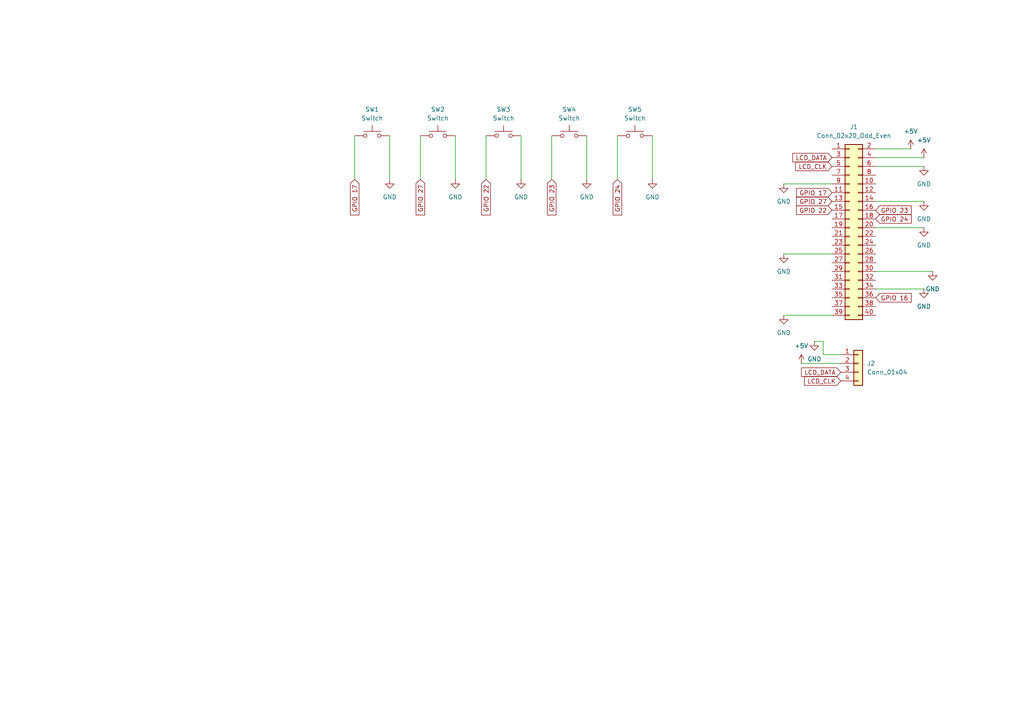
<source format=kicad_sch>
(kicad_sch (version 20231120) (generator "eeschema") (generator_version "8.0")
  (paper "A4")
  (lib_symbols
    (symbol "Connector_Generic:Conn_01x04" (pin_names (offset 1.016) hide)
      (property "Reference" "J" (at 0 5.08 0))
      (property "Value" "Conn_01x04" (at 0 -7.62 0))
      (symbol "Conn_01x04_1_1"
        (rectangle (start -1.27 -4.953) (end 0 -5.207) (stroke (width 0.1524)))
        (rectangle (start -1.27 -2.413) (end 0 -2.667) (stroke (width 0.1524)))
        (rectangle (start -1.27 0.127) (end 0 -0.127) (stroke (width 0.1524)))
        (rectangle (start -1.27 2.667) (end 0 2.413) (stroke (width 0.1524)))
        (rectangle (start -1.27 3.81) (end 1.27 -6.35) (stroke (width 0.254)) (fill (type background)))
        (pin passive line (at -5.08 2.54 0) (length 3.81) (name "Pin_1") (number "1"))
        (pin passive line (at -5.08 0 0) (length 3.81) (name "Pin_2") (number "2"))
        (pin passive line (at -5.08 -2.54 0) (length 3.81) (name "Pin_3") (number "3"))
        (pin passive line (at -5.08 -5.08 0) (length 3.81) (name "Pin_4") (number "4"))
      )
    )
    (symbol "Connector_Generic:Conn_02x20_Odd_Even" (pin_names (offset 1.016) hide)
      (property "Reference" "J" (at 1.27 25.4 0))
      (property "Value" "Conn_02x20_Odd_Even" (at 1.27 -27.94 0))
      (symbol "Conn_02x20_Odd_Even_1_1"
        (rectangle (start -1.27 -25.273) (end 0 -25.527) (stroke (width 0.1524)))
        (rectangle (start -1.27 -22.733) (end 0 -22.987) (stroke (width 0.1524)))
        (rectangle (start -1.27 -20.193) (end 0 -20.447) (stroke (width 0.1524)))
        (rectangle (start -1.27 -17.653) (end 0 -17.907) (stroke (width 0.1524)))
        (rectangle (start -1.27 -15.113) (end 0 -15.367) (stroke (width 0.1524)))
        (rectangle (start -1.27 -12.573) (end 0 -12.827) (stroke (width 0.1524)))
        (rectangle (start -1.27 -10.033) (end 0 -10.287) (stroke (width 0.1524)))
        (rectangle (start -1.27 -7.493) (end 0 -7.747) (stroke (width 0.1524)))
        (rectangle (start -1.27 -4.953) (end 0 -5.207) (stroke (width 0.1524)))
        (rectangle (start -1.27 -2.413) (end 0 -2.667) (stroke (width 0.1524)))
        (rectangle (start -1.27 0.127) (end 0 -0.127) (stroke (width 0.1524)))
        (rectangle (start -1.27 2.667) (end 0 2.413) (stroke (width 0.1524)))
        (rectangle (start -1.27 5.207) (end 0 4.953) (stroke (width 0.1524)))
        (rectangle (start -1.27 7.747) (end 0 7.493) (stroke (width 0.1524)))
        (rectangle (start -1.27 10.287) (end 0 10.033) (stroke (width 0.1524)))
        (rectangle (start -1.27 12.827) (end 0 12.573) (stroke (width 0.1524)))
        (rectangle (start -1.27 15.367) (end 0 15.113) (stroke (width 0.1524)))
        (rectangle (start -1.27 17.907) (end 0 17.653) (stroke (width 0.1524)))
        (rectangle (start -1.27 20.447) (end 0 20.193) (stroke (width 0.1524)))
        (rectangle (start -1.27 22.987) (end 0 22.733) (stroke (width 0.1524)))
        (rectangle (start -1.27 24.13) (end 3.81 -26.67) (stroke (width 0.254)) (fill (type background)))
        (rectangle (start 3.81 -25.273) (end 2.54 -25.527) (stroke (width 0.1524)))
        (rectangle (start 3.81 -22.733) (end 2.54 -22.987) (stroke (width 0.1524)))
        (rectangle (start 3.81 -20.193) (end 2.54 -20.447) (stroke (width 0.1524)))
        (rectangle (start 3.81 -17.653) (end 2.54 -17.907) (stroke (width 0.1524)))
        (rectangle (start 3.81 -15.113) (end 2.54 -15.367) (stroke (width 0.1524)))
        (rectangle (start 3.81 -12.573) (end 2.54 -12.827) (stroke (width 0.1524)))
        (rectangle (start 3.81 -10.033) (end 2.54 -10.287) (stroke (width 0.1524)))
        (rectangle (start 3.81 -7.493) (end 2.54 -7.747) (stroke (width 0.1524)))
        (rectangle (start 3.81 -4.953) (end 2.54 -5.207) (stroke (width 0.1524)))
        (rectangle (start 3.81 -2.413) (end 2.54 -2.667) (stroke (width 0.1524)))
        (rectangle (start 3.81 0.127) (end 2.54 -0.127) (stroke (width 0.1524)))
        (rectangle (start 3.81 2.667) (end 2.54 2.413) (stroke (width 0.1524)))
        (rectangle (start 3.81 5.207) (end 2.54 4.953) (stroke (width 0.1524)))
        (rectangle (start 3.81 7.747) (end 2.54 7.493) (stroke (width 0.1524)))
        (rectangle (start 3.81 10.287) (end 2.54 10.033) (stroke (width 0.1524)))
        (rectangle (start 3.81 12.827) (end 2.54 12.573) (stroke (width 0.1524)))
        (rectangle (start 3.81 15.367) (end 2.54 15.113) (stroke (width 0.1524)))
        (rectangle (start 3.81 17.907) (end 2.54 17.653) (stroke (width 0.1524)))
        (rectangle (start 3.81 20.447) (end 2.54 20.193) (stroke (width 0.1524)))
        (rectangle (start 3.81 22.987) (end 2.54 22.733) (stroke (width 0.1524)))
        (pin passive line (at -5.08 22.86 0) (length 3.81) (name "Pin_1") (number "1"))
        (pin passive line (at 7.62 12.7 180) (length 3.81) (name "Pin_10") (number "10"))
        (pin passive line (at -5.08 10.16 0) (length 3.81) (name "Pin_11") (number "11"))
        (pin passive line (at 7.62 10.16 180) (length 3.81) (name "Pin_12") (number "12"))
        (pin passive line (at -5.08 7.62 0) (length 3.81) (name "Pin_13") (number "13"))
        (pin passive line (at 7.62 7.62 180) (length 3.81) (name "Pin_14") (number "14"))
        (pin passive line (at -5.08 5.08 0) (length 3.81) (name "Pin_15") (number "15"))
        (pin passive line (at 7.62 5.08 180) (length 3.81) (name "Pin_16") (number "16"))
        (pin passive line (at -5.08 2.54 0) (length 3.81) (name "Pin_17") (number "17"))
        (pin passive line (at 7.62 2.54 180) (length 3.81) (name "Pin_18") (number "18"))
        (pin passive line (at -5.08 0 0) (length 3.81) (name "Pin_19") (number "19"))
        (pin passive line (at 7.62 22.86 180) (length 3.81) (name "Pin_2") (number "2"))
        (pin passive line (at 7.62 0 180) (length 3.81) (name "Pin_20") (number "20"))
        (pin passive line (at -5.08 -2.54 0) (length 3.81) (name "Pin_21") (number "21"))
        (pin passive line (at 7.62 -2.54 180) (length 3.81) (name "Pin_22") (number "22"))
        (pin passive line (at -5.08 -5.08 0) (length 3.81) (name "Pin_23") (number "23"))
        (pin passive line (at 7.62 -5.08 180) (length 3.81) (name "Pin_24") (number "24"))
        (pin passive line (at -5.08 -7.62 0) (length 3.81) (name "Pin_25") (number "25"))
        (pin passive line (at 7.62 -7.62 180) (length 3.81) (name "Pin_26") (number "26"))
        (pin passive line (at -5.08 -10.16 0) (length 3.81) (name "Pin_27") (number "27"))
        (pin passive line (at 7.62 -10.16 180) (length 3.81) (name "Pin_28") (number "28"))
        (pin passive line (at -5.08 -12.7 0) (length 3.81) (name "Pin_29") (number "29"))
        (pin passive line (at -5.08 20.32 0) (length 3.81) (name "Pin_3") (number "3"))
        (pin passive line (at 7.62 -12.7 180) (length 3.81) (name "Pin_30") (number "30"))
        (pin passive line (at -5.08 -15.24 0) (length 3.81) (name "Pin_31") (number "31"))
        (pin passive line (at 7.62 -15.24 180) (length 3.81) (name "Pin_32") (number "32"))
        (pin passive line (at -5.08 -17.78 0) (length 3.81) (name "Pin_33") (number "33"))
        (pin passive line (at 7.62 -17.78 180) (length 3.81) (name "Pin_34") (number "34"))
        (pin passive line (at -5.08 -20.32 0) (length 3.81) (name "Pin_35") (number "35"))
        (pin passive line (at 7.62 -20.32 180) (length 3.81) (name "Pin_36") (number "36"))
        (pin passive line (at -5.08 -22.86 0) (length 3.81) (name "Pin_37") (number "37"))
        (pin passive line (at 7.62 -22.86 180) (length 3.81) (name "Pin_38") (number "38"))
        (pin passive line (at -5.08 -25.4 0) (length 3.81) (name "Pin_39") (number "39"))
        (pin passive line (at 7.62 20.32 180) (length 3.81) (name "Pin_4") (number "4"))
        (pin passive line (at 7.62 -25.4 180) (length 3.81) (name "Pin_40") (number "40"))
        (pin passive line (at -5.08 17.78 0) (length 3.81) (name "Pin_5") (number "5"))
        (pin passive line (at 7.62 17.78 180) (length 3.81) (name "Pin_6") (number "6"))
        (pin passive line (at -5.08 15.24 0) (length 3.81) (name "Pin_7") (number "7"))
        (pin passive line (at 7.62 15.24 180) (length 3.81) (name "Pin_8") (number "8"))
        (pin passive line (at -5.08 12.7 0) (length 3.81) (name "Pin_9") (number "9"))
      )
    )
    (symbol "ScottoKeebs:Placeholder_Switch" (pin_numbers hide) (pin_names (offset 1.016) hide)
      (property "Reference" "SW" (at 1.27 2.54 0))
      (property "Value" "Switch" (at 0 -1.524 0))
      (symbol "Placeholder_Switch_0_1"
        (circle (center -2.032 0) (radius 0.508))
        (polyline (pts (xy 0 1.27) (xy 0 3.048)))
        (polyline (pts (xy 2.54 1.27) (xy -2.54 1.27)))
        (circle (center 2.032 0) (radius 0.508))
        (pin passive line (at -5.08 0 0) (length 2.54) (name "1") (number "1"))
        (pin passive line (at 5.08 0 180) (length 2.54) (name "2") (number "2"))
      )
    )
    (symbol "power:+5V" (power) (pin_numbers hide) (pin_names (offset 0) hide)
      (property "Value" "+5V" (at 0 3.556 0))
      (symbol "+5V_0_1"
        (polyline (pts (xy -0.762 1.27) (xy 0 2.54)))
        (polyline (pts (xy 0 0) (xy 0 2.54)))
        (polyline (pts (xy 0 2.54) (xy 0.762 1.27)))
      )
      (symbol "+5V_1_1"
        (pin power_in line (at 0 0 90) (length 0) (name "~") (number "1"))
      )
    )
    (symbol "power:GND" (power) (pin_numbers hide) (pin_names (offset 0) hide)
      (property "Value" "GND" (at 0 -3.81 0))
      (symbol "GND_0_1"
        (polyline (pts (xy 0 0) (xy 0 -1.27) (xy 1.27 -1.27) (xy 0 -2.54) (xy -1.27 -1.27) (xy 0 -1.27)))
      )
      (symbol "GND_1_1"
        (pin power_in line (at 0 0 270) (length 0) (name "~") (number "1"))
      )
    )
  )
  (wire (pts (xy 160.02 39.37) (xy 160.02 52.07)))
  (wire (pts (xy 102.87 39.37) (xy 102.87 52.07)))
  (wire (pts (xy 227.33 53.34) (xy 241.3 53.34)))
  (wire (pts (xy 113.03 39.37) (xy 113.03 52.07)))
  (wire (pts (xy 238.76 99.06) (xy 238.76 102.87)))
  (wire (pts (xy 267.97 45.72) (xy 254 45.72)))
  (wire (pts (xy 151.13 39.37) (xy 151.13 52.07)))
  (wire (pts (xy 264.16 43.18) (xy 254 43.18)))
  (wire (pts (xy 189.23 39.37) (xy 189.23 52.07)))
  (wire (pts (xy 267.97 48.26) (xy 254 48.26)))
  (wire (pts (xy 121.92 39.37) (xy 121.92 52.07)))
  (wire (pts (xy 267.97 58.42) (xy 254 58.42)))
  (wire (pts (xy 179.07 39.37) (xy 179.07 52.07)))
  (wire (pts (xy 227.33 91.44) (xy 241.3 91.44)))
  (wire (pts (xy 270.51 78.74) (xy 254 78.74)))
  (wire (pts (xy 170.18 39.37) (xy 170.18 52.07)))
  (wire (pts (xy 267.97 83.82) (xy 254 83.82)))
  (wire (pts (xy 140.97 39.37) (xy 140.97 52.07)))
  (wire (pts (xy 227.33 73.66) (xy 241.3 73.66)))
  (wire (pts (xy 267.97 66.04) (xy 254 66.04)))
  (wire (pts (xy 132.08 39.37) (xy 132.08 52.07)))
  (wire (pts (xy 236.22 99.06) (xy 238.76 99.06)))
  (wire (pts (xy 238.76 102.87) (xy 243.84 102.87)))
  (wire (pts (xy 232.41 105.41) (xy 243.84 105.41)))
  (global_label "GPIO 27" (shape input) (at 241.3 58.42 180) (property "Intersheetrefs" "${INTERSHEET_REFS}" (effects (hide yes))))
  (global_label "GPIO 27" (shape input) (at 121.92 52.07 270) (property "Intersheetrefs" "${INTERSHEET_REFS}" (effects (hide yes))))
  (global_label "GPIO 17" (shape input) (at 241.3 55.88 180) (property "Intersheetrefs" "${INTERSHEET_REFS}" (effects (hide yes))))
  (global_label "GPIO 22" (shape input) (at 241.3 60.96 180) (property "Intersheetrefs" "${INTERSHEET_REFS}" (effects (hide yes))))
  (global_label "GPIO 17" (shape input) (at 102.87 52.07 270) (property "Intersheetrefs" "${INTERSHEET_REFS}" (effects (hide yes))))
  (global_label "GPIO 24" (shape input) (at 179.07 52.07 270) (property "Intersheetrefs" "${INTERSHEET_REFS}" (effects (hide yes))))
  (global_label "GPIO 16" (shape input) (at 254 86.36 0) (property "Intersheetrefs" "${INTERSHEET_REFS}" (effects (hide yes))))
  (global_label "GPIO 23" (shape input) (at 160.02 52.07 270) (property "Intersheetrefs" "${INTERSHEET_REFS}" (effects (hide yes))))
  (global_label "LCD_DATA" (shape input) (at 241.3 45.72 180) (property "Intersheetrefs" "${INTERSHEET_REFS}" (effects (hide yes))))
  (global_label "LCD_DATA" (shape input) (at 243.84 107.95 180) (property "Intersheetrefs" "${INTERSHEET_REFS}" (effects (hide yes))))
  (global_label "GPIO 23" (shape input) (at 254 60.96 0) (property "Intersheetrefs" "${INTERSHEET_REFS}" (effects (hide yes))))
  (global_label "LCD_CLK" (shape input) (at 243.84 110.49 180) (property "Intersheetrefs" "${INTERSHEET_REFS}" (effects (hide yes))))
  (global_label "GPIO 22" (shape input) (at 140.97 52.07 270) (property "Intersheetrefs" "${INTERSHEET_REFS}" (effects (hide yes))))
  (global_label "GPIO 24" (shape input) (at 254 63.5 0) (property "Intersheetrefs" "${INTERSHEET_REFS}" (effects (hide yes))))
  (global_label "LCD_CLK" (shape input) (at 241.3 48.26 180) (property "Intersheetrefs" "${INTERSHEET_REFS}" (effects (hide yes))))
  (symbol (lib_id "power:GND") (at 267.97 66.04 0) (unit 1)
    (property "Reference" "#PWR010" (effects (hide yes)))
    (property "Value" "GND" (at 267.97 71.12 0))
    (property "Description" "Power symbol creates a global label with name \"GND\" , ground" (effects (hide yes)))
  )
  (symbol (lib_id "ScottoKeebs:Placeholder_Switch") (at 146.05 39.37 0) (unit 1)
    (property "Reference" "SW3" (at 146.05 31.75 0))
    (property "Value" "Switch" (at 146.05 34.29 0))
    (property "Footprint" "ScottoKeebs_Hotswap:Hotswap_MX" (effects (hide yes)))
    (property "Description" "Push button switch, generic, two pins" (effects (hide yes)))
  )
  (symbol (lib_id "power:GND") (at 189.23 52.07 0) (unit 1)
    (property "Reference" "#PWR06" (effects (hide yes)))
    (property "Value" "GND" (at 189.23 57.15 0))
    (property "Description" "Power symbol creates a global label with name \"GND\" , ground" (effects (hide yes)))
  )
  (symbol (lib_id "power:+5V") (at 232.41 105.41 0) (unit 1)
    (property "Reference" "#PWR016" (effects (hide yes)))
    (property "Value" "+5V" (at 232.41 100.33 0))
    (property "Description" "Power symbol creates a global label with name \"+5V\"" (effects (hide yes)))
  )
  (symbol (lib_id "power:GND") (at 132.08 52.07 0) (unit 1)
    (property "Reference" "#PWR03" (effects (hide yes)))
    (property "Value" "GND" (at 132.08 57.15 0))
    (property "Description" "Power symbol creates a global label with name \"GND\" , ground" (effects (hide yes)))
  )
  (symbol (lib_id "power:GND") (at 267.97 83.82 0) (unit 1)
    (property "Reference" "#PWR08" (effects (hide yes)))
    (property "Value" "GND" (at 267.97 88.9 0))
    (property "Description" "Power symbol creates a global label with name \"GND\" , ground" (effects (hide yes)))
  )
  (symbol (lib_id "power:GND") (at 227.33 91.44 0) (unit 1)
    (property "Reference" "#PWR07" (effects (hide yes)))
    (property "Value" "GND" (at 227.33 96.52 0))
    (property "Description" "Power symbol creates a global label with name \"GND\" , ground" (effects (hide yes)))
  )
  (symbol (lib_id "power:GND") (at 227.33 73.66 0) (unit 1)
    (property "Reference" "#PWR01" (effects (hide yes)))
    (property "Value" "GND" (at 227.33 78.74 0))
    (property "Description" "Power symbol creates a global label with name \"GND\" , ground" (effects (hide yes)))
  )
  (symbol (lib_id "ScottoKeebs:Placeholder_Switch") (at 165.1 39.37 0) (unit 1)
    (property "Reference" "SW4" (at 165.1 31.75 0))
    (property "Value" "Switch" (at 165.1 34.29 0))
    (property "Footprint" "ScottoKeebs_Hotswap:Hotswap_MX" (effects (hide yes)))
    (property "Description" "Push button switch, generic, two pins" (effects (hide yes)))
  )
  (symbol (lib_id "ScottoKeebs:Placeholder_Switch") (at 184.15 39.37 0) (unit 1)
    (property "Reference" "SW5" (at 184.15 31.75 0))
    (property "Value" "Switch" (at 184.15 34.29 0))
    (property "Footprint" "ScottoKeebs_Hotswap:Hotswap_MX" (effects (hide yes)))
    (property "Description" "Push button switch, generic, two pins" (effects (hide yes)))
  )
  (symbol (lib_id "ScottoKeebs:Placeholder_Switch") (at 107.95 39.37 0) (unit 1)
    (property "Reference" "SW1" (at 107.95 31.75 0))
    (property "Value" "Switch" (at 107.95 34.29 0))
    (property "Footprint" "ScottoKeebs_Hotswap:Hotswap_MX" (effects (hide yes)))
    (property "Description" "Push button switch, generic, two pins" (effects (hide yes)))
  )
  (symbol (lib_id "power:GND") (at 227.33 53.34 0) (unit 1)
    (property "Reference" "#PWR013" (effects (hide yes)))
    (property "Value" "GND" (at 227.33 58.42 0))
    (property "Description" "Power symbol creates a global label with name \"GND\" , ground" (effects (hide yes)))
  )
  (symbol (lib_id "power:GND") (at 236.22 99.06 0) (unit 1)
    (property "Reference" "#PWR017" (effects (hide yes)))
    (property "Value" "GND" (at 236.22 104.14 0))
    (property "Description" "Power symbol creates a global label with name \"GND\" , ground" (effects (hide yes)))
  )
  (symbol (lib_id "power:GND") (at 270.51 78.74 0) (unit 1)
    (property "Reference" "#PWR09" (effects (hide yes)))
    (property "Value" "GND" (at 270.51 83.82 0))
    (property "Description" "Power symbol creates a global label with name \"GND\" , ground" (effects (hide yes)))
  )
  (symbol (lib_id "power:GND") (at 267.97 48.26 0) (unit 1)
    (property "Reference" "#PWR012" (effects (hide yes)))
    (property "Value" "GND" (at 267.97 53.34 0))
    (property "Description" "Power symbol creates a global label with name \"GND\" , ground" (effects (hide yes)))
  )
  (symbol (lib_id "power:GND") (at 170.18 52.07 0) (unit 1)
    (property "Reference" "#PWR05" (effects (hide yes)))
    (property "Value" "GND" (at 170.18 57.15 0))
    (property "Description" "Power symbol creates a global label with name \"GND\" , ground" (effects (hide yes)))
  )
  (symbol (lib_id "power:+5V") (at 264.16 43.18 0) (unit 1)
    (property "Reference" "#PWR014" (effects (hide yes)))
    (property "Value" "+5V" (at 264.16 38.1 0))
    (property "Description" "Power symbol creates a global label with name \"+5V\"" (effects (hide yes)))
  )
  (symbol (lib_id "power:+5V") (at 267.97 45.72 0) (unit 1)
    (property "Reference" "#PWR015" (effects (hide yes)))
    (property "Value" "+5V" (at 267.97 40.64 0))
    (property "Description" "Power symbol creates a global label with name \"+5V\"" (effects (hide yes)))
  )
  (symbol (lib_id "Connector_Generic:Conn_02x20_Odd_Even") (at 246.38 66.04 0) (unit 1)
    (property "Reference" "J1" (at 247.65 36.83 0))
    (property "Value" "Conn_02x20_Odd_Even" (at 247.65 39.37 0))
    (property "Footprint" "Connector_PinSocket_2.54mm:PinSocket_2x20_P2.54mm_Vertical" (effects (hide yes)))
    (property "Description" "Generic connector, double row, 02x20, odd/even pin numbering scheme (row 1 odd numbers, row 2 even numbers), script generated (kicad-library-utils/schlib/autogen/connector/)" (effects (hide yes)))
  )
  (symbol (lib_id "ScottoKeebs:Placeholder_Switch") (at 127 39.37 0) (unit 1)
    (property "Reference" "SW2" (at 127 31.75 0))
    (property "Value" "Switch" (at 127 34.29 0))
    (property "Footprint" "ScottoKeebs_Hotswap:Hotswap_MX" (effects (hide yes)))
    (property "Description" "Push button switch, generic, two pins" (effects (hide yes)))
  )
  (symbol (lib_id "power:GND") (at 151.13 52.07 0) (unit 1)
    (property "Reference" "#PWR04" (effects (hide yes)))
    (property "Value" "GND" (at 151.13 57.15 0))
    (property "Description" "Power symbol creates a global label with name \"GND\" , ground" (effects (hide yes)))
  )
  (symbol (lib_id "power:GND") (at 113.03 52.07 0) (unit 1)
    (property "Reference" "#PWR02" (effects (hide yes)))
    (property "Value" "GND" (at 113.03 57.15 0))
    (property "Description" "Power symbol creates a global label with name \"GND\" , ground" (effects (hide yes)))
  )
  (symbol (lib_id "power:GND") (at 267.97 58.42 0) (unit 1)
    (property "Reference" "#PWR011" (effects (hide yes)))
    (property "Value" "GND" (at 267.97 63.5 0))
    (property "Description" "Power symbol creates a global label with name \"GND\" , ground" (effects (hide yes)))
  )
  (symbol (lib_id "Connector_Generic:Conn_01x04") (at 248.92 105.41 0) (unit 1)
    (property "Reference" "J2" (at 251.46 105.4099 0) (effects (justify left)))
    (property "Value" "Conn_01x04" (at 251.46 107.9499 0) (effects (justify left)))
    (property "Footprint" "Connector_PinSocket_2.54mm:PinSocket_1x04_P2.54mm_Vertical" (effects (hide yes)))
    (property "Description" "Generic connector, single row, 01x04, script generated (kicad-library-utils/schlib/autogen/connector/)" (effects (hide yes)))
  )
)
</source>
